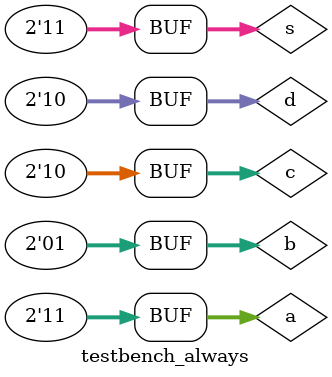
<source format=v>

module testbench_always;

reg [1:0]a;
reg [1:0]b;
reg [1:0]c;
reg [1:0]d;
reg [1:0]s;

wire [1:0]y;
 
 procedural_always uut(.a(a),.b(b),.c(c),.d(d),.s(s),.y(y));
      initial
       begin
		  s=2'b0x; a=2'b0z; b=2'b11; c=2'b01; d=2'b10; 
		   #10
		  
		  s=2'b01; a=2'b00; b=2'b01; c=2'b11; d=2'b10; 
         #10

		  s=2'b01; a=2'b01; b=2'b11; c=2'b00; d=2'b01; 
         #10

		  s=2'b11; a=2'b11; b=2'b01; c=2'b10; d=2'b10; 



end
endmodule

</source>
